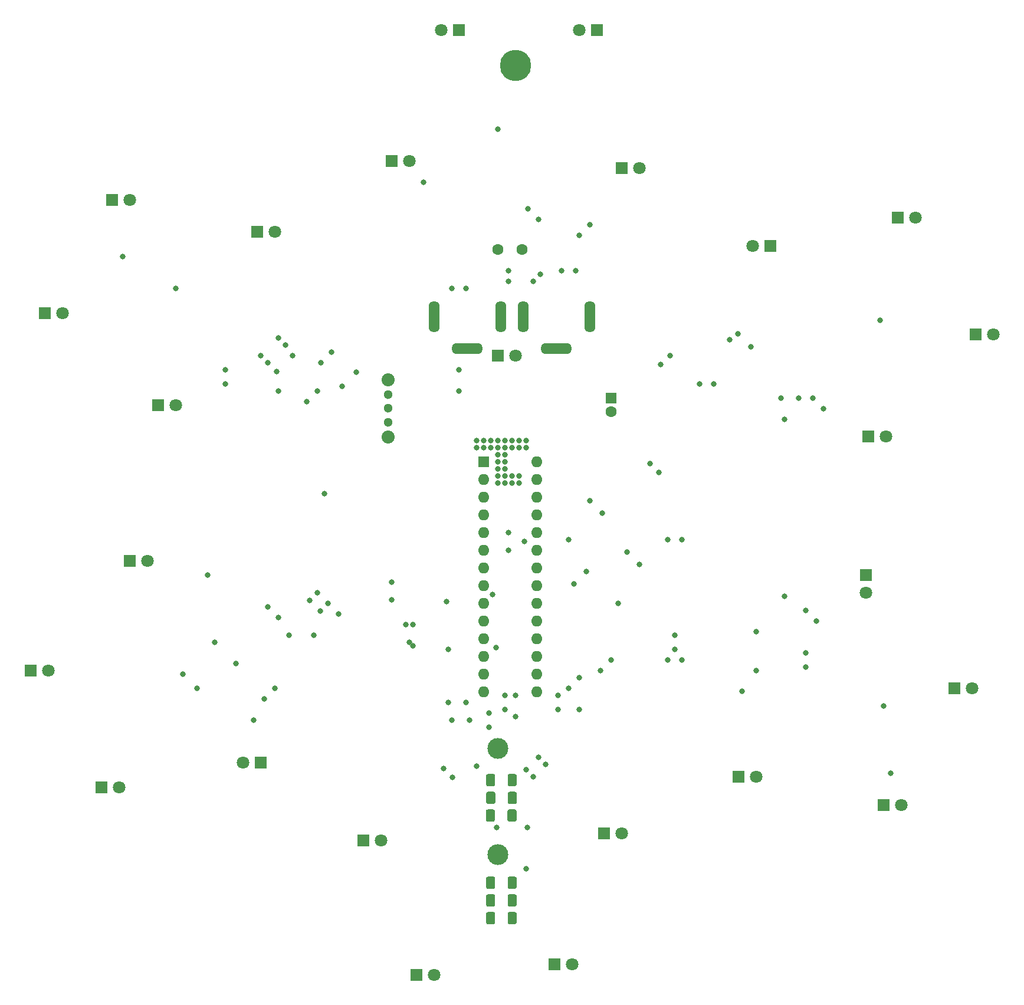
<source format=gbr>
%TF.GenerationSoftware,KiCad,Pcbnew,(5.1.9)-1*%
%TF.CreationDate,2021-12-13T22:42:44-05:00*%
%TF.ProjectId,Ornament,4f726e61-6d65-46e7-942e-6b696361645f,rev?*%
%TF.SameCoordinates,Original*%
%TF.FileFunction,Soldermask,Bot*%
%TF.FilePolarity,Negative*%
%FSLAX46Y46*%
G04 Gerber Fmt 4.6, Leading zero omitted, Abs format (unit mm)*
G04 Created by KiCad (PCBNEW (5.1.9)-1) date 2021-12-13 22:42:44*
%MOMM*%
%LPD*%
G01*
G04 APERTURE LIST*
%ADD10C,4.500000*%
%ADD11O,1.600000X4.500000*%
%ADD12O,4.500000X1.600000*%
%ADD13C,1.600000*%
%ADD14O,1.600000X1.600000*%
%ADD15R,1.600000X1.600000*%
%ADD16C,1.875000*%
%ADD17C,1.300000*%
%ADD18C,1.800000*%
%ADD19R,1.800000X1.800000*%
%ADD20O,3.000000X3.000000*%
%ADD21C,3.000000*%
%ADD22C,0.800000*%
G04 APERTURE END LIST*
D10*
%TO.C,REF\u002A\u002A*%
X144272000Y-35560000D03*
%TD*%
D11*
%TO.C,BT1*%
X145388000Y-71628000D03*
D12*
X150153000Y-76203000D03*
D11*
X154918000Y-71628000D03*
D12*
X137353000Y-76203000D03*
D11*
X142118000Y-71628000D03*
X132588000Y-71628000D03*
%TD*%
D13*
%TO.C,C3*%
X145232000Y-61976000D03*
X141732000Y-61976000D03*
%TD*%
D14*
%TO.C,U1*%
X147320000Y-92456000D03*
X139700000Y-125476000D03*
X147320000Y-94996000D03*
X139700000Y-122936000D03*
X147320000Y-97536000D03*
X139700000Y-120396000D03*
X147320000Y-100076000D03*
X139700000Y-117856000D03*
X147320000Y-102616000D03*
X139700000Y-115316000D03*
X147320000Y-105156000D03*
X139700000Y-112776000D03*
X147320000Y-107696000D03*
X139700000Y-110236000D03*
X147320000Y-110236000D03*
X139700000Y-107696000D03*
X147320000Y-112776000D03*
X139700000Y-105156000D03*
X147320000Y-115316000D03*
X139700000Y-102616000D03*
X147320000Y-117856000D03*
X139700000Y-100076000D03*
X147320000Y-120396000D03*
X139700000Y-97536000D03*
X147320000Y-122936000D03*
X139700000Y-94996000D03*
X147320000Y-125476000D03*
D15*
X139700000Y-92456000D03*
%TD*%
D16*
%TO.C,S1*%
X125984000Y-88904000D03*
X125984000Y-80704000D03*
D17*
X125984000Y-86804000D03*
X125984000Y-84804000D03*
X125984000Y-82804000D03*
%TD*%
%TO.C,R58*%
G36*
G01*
X143140000Y-158613000D02*
X143140000Y-157363000D01*
G75*
G02*
X143390000Y-157113000I250000J0D01*
G01*
X144190000Y-157113000D01*
G75*
G02*
X144440000Y-157363000I0J-250000D01*
G01*
X144440000Y-158613000D01*
G75*
G02*
X144190000Y-158863000I-250000J0D01*
G01*
X143390000Y-158863000D01*
G75*
G02*
X143140000Y-158613000I0J250000D01*
G01*
G37*
G36*
G01*
X140040000Y-158613000D02*
X140040000Y-157363000D01*
G75*
G02*
X140290000Y-157113000I250000J0D01*
G01*
X141090000Y-157113000D01*
G75*
G02*
X141340000Y-157363000I0J-250000D01*
G01*
X141340000Y-158613000D01*
G75*
G02*
X141090000Y-158863000I-250000J0D01*
G01*
X140290000Y-158863000D01*
G75*
G02*
X140040000Y-158613000I0J250000D01*
G01*
G37*
%TD*%
%TO.C,R57*%
G36*
G01*
X143140000Y-156073000D02*
X143140000Y-154823000D01*
G75*
G02*
X143390000Y-154573000I250000J0D01*
G01*
X144190000Y-154573000D01*
G75*
G02*
X144440000Y-154823000I0J-250000D01*
G01*
X144440000Y-156073000D01*
G75*
G02*
X144190000Y-156323000I-250000J0D01*
G01*
X143390000Y-156323000D01*
G75*
G02*
X143140000Y-156073000I0J250000D01*
G01*
G37*
G36*
G01*
X140040000Y-156073000D02*
X140040000Y-154823000D01*
G75*
G02*
X140290000Y-154573000I250000J0D01*
G01*
X141090000Y-154573000D01*
G75*
G02*
X141340000Y-154823000I0J-250000D01*
G01*
X141340000Y-156073000D01*
G75*
G02*
X141090000Y-156323000I-250000J0D01*
G01*
X140290000Y-156323000D01*
G75*
G02*
X140040000Y-156073000I0J250000D01*
G01*
G37*
%TD*%
%TO.C,R56*%
G36*
G01*
X143140000Y-153533000D02*
X143140000Y-152283000D01*
G75*
G02*
X143390000Y-152033000I250000J0D01*
G01*
X144190000Y-152033000D01*
G75*
G02*
X144440000Y-152283000I0J-250000D01*
G01*
X144440000Y-153533000D01*
G75*
G02*
X144190000Y-153783000I-250000J0D01*
G01*
X143390000Y-153783000D01*
G75*
G02*
X143140000Y-153533000I0J250000D01*
G01*
G37*
G36*
G01*
X140040000Y-153533000D02*
X140040000Y-152283000D01*
G75*
G02*
X140290000Y-152033000I250000J0D01*
G01*
X141090000Y-152033000D01*
G75*
G02*
X141340000Y-152283000I0J-250000D01*
G01*
X141340000Y-153533000D01*
G75*
G02*
X141090000Y-153783000I-250000J0D01*
G01*
X140290000Y-153783000D01*
G75*
G02*
X140040000Y-153533000I0J250000D01*
G01*
G37*
%TD*%
%TO.C,R34*%
G36*
G01*
X143114000Y-143881000D02*
X143114000Y-142631000D01*
G75*
G02*
X143364000Y-142381000I250000J0D01*
G01*
X144164000Y-142381000D01*
G75*
G02*
X144414000Y-142631000I0J-250000D01*
G01*
X144414000Y-143881000D01*
G75*
G02*
X144164000Y-144131000I-250000J0D01*
G01*
X143364000Y-144131000D01*
G75*
G02*
X143114000Y-143881000I0J250000D01*
G01*
G37*
G36*
G01*
X140014000Y-143881000D02*
X140014000Y-142631000D01*
G75*
G02*
X140264000Y-142381000I250000J0D01*
G01*
X141064000Y-142381000D01*
G75*
G02*
X141314000Y-142631000I0J-250000D01*
G01*
X141314000Y-143881000D01*
G75*
G02*
X141064000Y-144131000I-250000J0D01*
G01*
X140264000Y-144131000D01*
G75*
G02*
X140014000Y-143881000I0J250000D01*
G01*
G37*
%TD*%
%TO.C,R33*%
G36*
G01*
X143166000Y-141341000D02*
X143166000Y-140091000D01*
G75*
G02*
X143416000Y-139841000I250000J0D01*
G01*
X144216000Y-139841000D01*
G75*
G02*
X144466000Y-140091000I0J-250000D01*
G01*
X144466000Y-141341000D01*
G75*
G02*
X144216000Y-141591000I-250000J0D01*
G01*
X143416000Y-141591000D01*
G75*
G02*
X143166000Y-141341000I0J250000D01*
G01*
G37*
G36*
G01*
X140066000Y-141341000D02*
X140066000Y-140091000D01*
G75*
G02*
X140316000Y-139841000I250000J0D01*
G01*
X141116000Y-139841000D01*
G75*
G02*
X141366000Y-140091000I0J-250000D01*
G01*
X141366000Y-141341000D01*
G75*
G02*
X141116000Y-141591000I-250000J0D01*
G01*
X140316000Y-141591000D01*
G75*
G02*
X140066000Y-141341000I0J250000D01*
G01*
G37*
%TD*%
%TO.C,R32*%
G36*
G01*
X143140000Y-138801000D02*
X143140000Y-137551000D01*
G75*
G02*
X143390000Y-137301000I250000J0D01*
G01*
X144190000Y-137301000D01*
G75*
G02*
X144440000Y-137551000I0J-250000D01*
G01*
X144440000Y-138801000D01*
G75*
G02*
X144190000Y-139051000I-250000J0D01*
G01*
X143390000Y-139051000D01*
G75*
G02*
X143140000Y-138801000I0J250000D01*
G01*
G37*
G36*
G01*
X140040000Y-138801000D02*
X140040000Y-137551000D01*
G75*
G02*
X140290000Y-137301000I250000J0D01*
G01*
X141090000Y-137301000D01*
G75*
G02*
X141340000Y-137551000I0J-250000D01*
G01*
X141340000Y-138801000D01*
G75*
G02*
X141090000Y-139051000I-250000J0D01*
G01*
X140290000Y-139051000D01*
G75*
G02*
X140040000Y-138801000I0J250000D01*
G01*
G37*
%TD*%
D18*
%TO.C,D46*%
X144272000Y-77216000D03*
D19*
X141732000Y-77216000D03*
%TD*%
D18*
%TO.C,D45*%
X132588000Y-166116000D03*
D19*
X130048000Y-166116000D03*
%TD*%
D18*
%TO.C,D44*%
X159512000Y-145796000D03*
D19*
X156972000Y-145796000D03*
%TD*%
D18*
%TO.C,D43*%
X178816000Y-137668000D03*
D19*
X176276000Y-137668000D03*
%TD*%
D18*
%TO.C,D41*%
X133604000Y-30480000D03*
D19*
X136144000Y-30480000D03*
%TD*%
D18*
%TO.C,D36*%
X199644000Y-141732000D03*
D19*
X197104000Y-141732000D03*
%TD*%
D18*
%TO.C,D35*%
X201676000Y-57404000D03*
D19*
X199136000Y-57404000D03*
%TD*%
D18*
%TO.C,D34*%
X153416000Y-30480000D03*
D19*
X155956000Y-30480000D03*
%TD*%
D18*
%TO.C,D33*%
X79248000Y-71120000D03*
D19*
X76708000Y-71120000D03*
%TD*%
D18*
%TO.C,D31*%
X87376000Y-139192000D03*
D19*
X84836000Y-139192000D03*
%TD*%
D18*
%TO.C,D26*%
X88900000Y-54864000D03*
D19*
X86360000Y-54864000D03*
%TD*%
D18*
%TO.C,D25*%
X77216000Y-122428000D03*
D19*
X74676000Y-122428000D03*
%TD*%
D18*
%TO.C,D24*%
X124968000Y-146812000D03*
D19*
X122428000Y-146812000D03*
%TD*%
D18*
%TO.C,D23*%
X209804000Y-124968000D03*
D19*
X207264000Y-124968000D03*
%TD*%
D18*
%TO.C,D21*%
X197459600Y-88823800D03*
D19*
X194919600Y-88823800D03*
%TD*%
D18*
%TO.C,D16*%
X212852000Y-74168000D03*
D19*
X210312000Y-74168000D03*
%TD*%
%TO.C,D15*%
X149860000Y-164592000D03*
D18*
X152400000Y-164592000D03*
%TD*%
%TO.C,D14*%
X91440000Y-106680000D03*
D19*
X88900000Y-106680000D03*
%TD*%
D18*
%TO.C,D13*%
X109728000Y-59436000D03*
D19*
X107188000Y-59436000D03*
%TD*%
D18*
%TO.C,D11*%
X162052000Y-50292000D03*
D19*
X159512000Y-50292000D03*
%TD*%
D18*
%TO.C,D6*%
X129032000Y-49276000D03*
D19*
X126492000Y-49276000D03*
%TD*%
D18*
%TO.C,D5*%
X95504000Y-84328000D03*
D19*
X92964000Y-84328000D03*
%TD*%
D18*
%TO.C,D4*%
X105156000Y-135636000D03*
D19*
X107696000Y-135636000D03*
%TD*%
D18*
%TO.C,D3*%
X194564000Y-111252000D03*
D19*
X194564000Y-108712000D03*
%TD*%
D18*
%TO.C,D1*%
X178308000Y-61468000D03*
D19*
X180848000Y-61468000D03*
%TD*%
D13*
%TO.C,C2*%
X157988000Y-85312000D03*
D15*
X157988000Y-83312000D03*
%TD*%
D20*
%TO.C,BZ1*%
X141732000Y-148904000D03*
D21*
X141732000Y-133604000D03*
%TD*%
D22*
X136144000Y-79248000D03*
X136144000Y-82296000D03*
X143256000Y-102616000D03*
X143256000Y-105156000D03*
X128524000Y-115824000D03*
X129540000Y-115824000D03*
X129032000Y-118364000D03*
X129540000Y-118872000D03*
X137668000Y-129540000D03*
X135128000Y-129540000D03*
X138684000Y-136144000D03*
X145796000Y-150876000D03*
X176747500Y-125439500D03*
X100076000Y-108712000D03*
X118872000Y-114300000D03*
X118872000Y-114300000D03*
X196596000Y-72136000D03*
X175006000Y-74930000D03*
X182880000Y-86360000D03*
X139700000Y-89408000D03*
X140716000Y-89408000D03*
X141732000Y-89408000D03*
X142748000Y-89408000D03*
X143764000Y-89408000D03*
X144780000Y-89408000D03*
X145796000Y-89408000D03*
X139700000Y-90424000D03*
X140716000Y-90424000D03*
X141732000Y-90424000D03*
X142748000Y-90424000D03*
X143764000Y-90424000D03*
X144780000Y-90424000D03*
X145796000Y-90424000D03*
X138684000Y-89408000D03*
X138684000Y-90424000D03*
X141732000Y-91440000D03*
X142748000Y-91440000D03*
X141732000Y-92456000D03*
X142748000Y-92456000D03*
X141732000Y-93472000D03*
X142748000Y-93472000D03*
X141732000Y-94488000D03*
X142748000Y-94488000D03*
X141732000Y-95504000D03*
X142748000Y-95504000D03*
X143764000Y-94488000D03*
X143764000Y-95504000D03*
X144780000Y-94488000D03*
X144780000Y-95504000D03*
X131064000Y-52324000D03*
X141732000Y-44704000D03*
X182880000Y-111760000D03*
X151892000Y-124968000D03*
X197104000Y-127508000D03*
X198120000Y-137160000D03*
X87884000Y-62992000D03*
X95467500Y-67600500D03*
X110236000Y-82296000D03*
X106680000Y-129540000D03*
X116840000Y-97028000D03*
X159004000Y-112776000D03*
X102616000Y-81280000D03*
X102616000Y-79248000D03*
X151892000Y-103632000D03*
X145561999Y-103866001D03*
X154940000Y-98044000D03*
X156718000Y-99822000D03*
X162052000Y-107188000D03*
X160274000Y-105410000D03*
X108712000Y-78232000D03*
X111252000Y-75692000D03*
X96520000Y-122936000D03*
X98556483Y-124972483D03*
X115824000Y-82296000D03*
X114300000Y-83820000D03*
X185928000Y-121920000D03*
X185928000Y-119888000D03*
X187452000Y-115316000D03*
X185928000Y-113792000D03*
X168148000Y-103632000D03*
X166116000Y-103632000D03*
X117348000Y-112776000D03*
X115824000Y-111252000D03*
X134366000Y-112522000D03*
X140989999Y-111525999D03*
X152654000Y-109982000D03*
X154432000Y-108204000D03*
X145796000Y-136652000D03*
X147574000Y-134874000D03*
X144272000Y-125984000D03*
X144272000Y-129032000D03*
X154940000Y-58420000D03*
X153416000Y-59944000D03*
X166445314Y-77216000D03*
X165137657Y-78523657D03*
X163576000Y-92710000D03*
X164846000Y-93980000D03*
X101092000Y-118364000D03*
X104140000Y-121412000D03*
X115316000Y-117348000D03*
X111760000Y-117348000D03*
X121412000Y-79586219D03*
X119380000Y-81618219D03*
X188442000Y-84862000D03*
X186918000Y-83338000D03*
X184938000Y-83338000D03*
X182398000Y-83338000D03*
X134620000Y-119380000D03*
X141497999Y-119145999D03*
X142748000Y-125984000D03*
X142748000Y-128016000D03*
X168148000Y-120904000D03*
X166116000Y-120904000D03*
X157988000Y-120904000D03*
X156464000Y-122428000D03*
X150368000Y-125984000D03*
X150368000Y-128016000D03*
X140462000Y-130556000D03*
X140462000Y-128524000D03*
X126492000Y-109728000D03*
X126492000Y-112268000D03*
X134620000Y-127000000D03*
X137160000Y-127000000D03*
X117856000Y-76708000D03*
X116332000Y-78232000D03*
X112268000Y-77216000D03*
X109982000Y-79502000D03*
X172720000Y-81280000D03*
X170688000Y-81280000D03*
X152925034Y-65024000D03*
X150876000Y-65024000D03*
X147828000Y-65532000D03*
X143256000Y-65024000D03*
X116210999Y-113913001D03*
X114686999Y-112389001D03*
X110236000Y-114808000D03*
X108712000Y-113284000D03*
X178842000Y-122454000D03*
X178842000Y-116866000D03*
X167132000Y-119380000D03*
X167132000Y-117348000D03*
X107696000Y-77216000D03*
X110236000Y-74676000D03*
X135128000Y-67564000D03*
X137160000Y-67564000D03*
X146812000Y-66548000D03*
X143256000Y-66548000D03*
X147574000Y-57658000D03*
X146050000Y-56134000D03*
X176187999Y-74079999D03*
X178054000Y-75946000D03*
X135255000Y-137795000D03*
X133985000Y-136525000D03*
X109736966Y-124968000D03*
X108208483Y-126496483D03*
X153416000Y-123444000D03*
X153416000Y-128016000D03*
X148590000Y-135890000D03*
X146812000Y-137668000D03*
X145975005Y-144959005D03*
X141552995Y-144959005D03*
M02*

</source>
